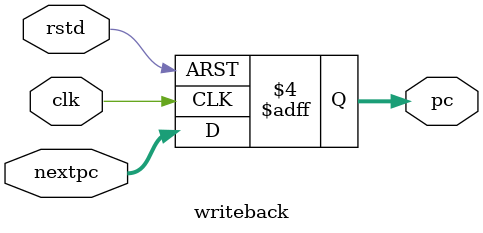
<source format=v>
module writeback (clk, rstd, nextpc, pc) ; 
    input clk, rstd;
    input [31:0] nextpc; 
    output [31:0] pc; 
    reg [31:0] pc; 
    
    always @ (negedge rstd or posedge clk) 
    begin
        if (rstd == 0) pc <= 32'h00000000; 
        else if (clk == 1) pc <= nextpc; 
    end
endmodule
</source>
